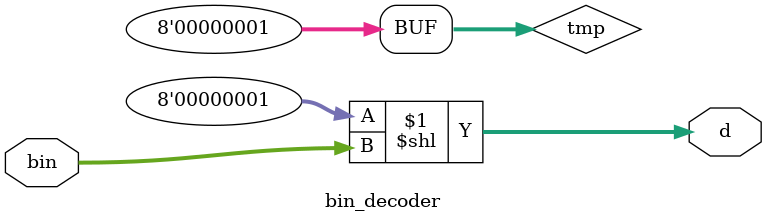
<source format=v>
module bin_decoder (bin,d) ;

input [2:0] bin ; 
output [7:0] d ; 
wire [7:0] tmp = 8'b00000001; 

assign d = tmp << bin  ;

endmodule
</source>
